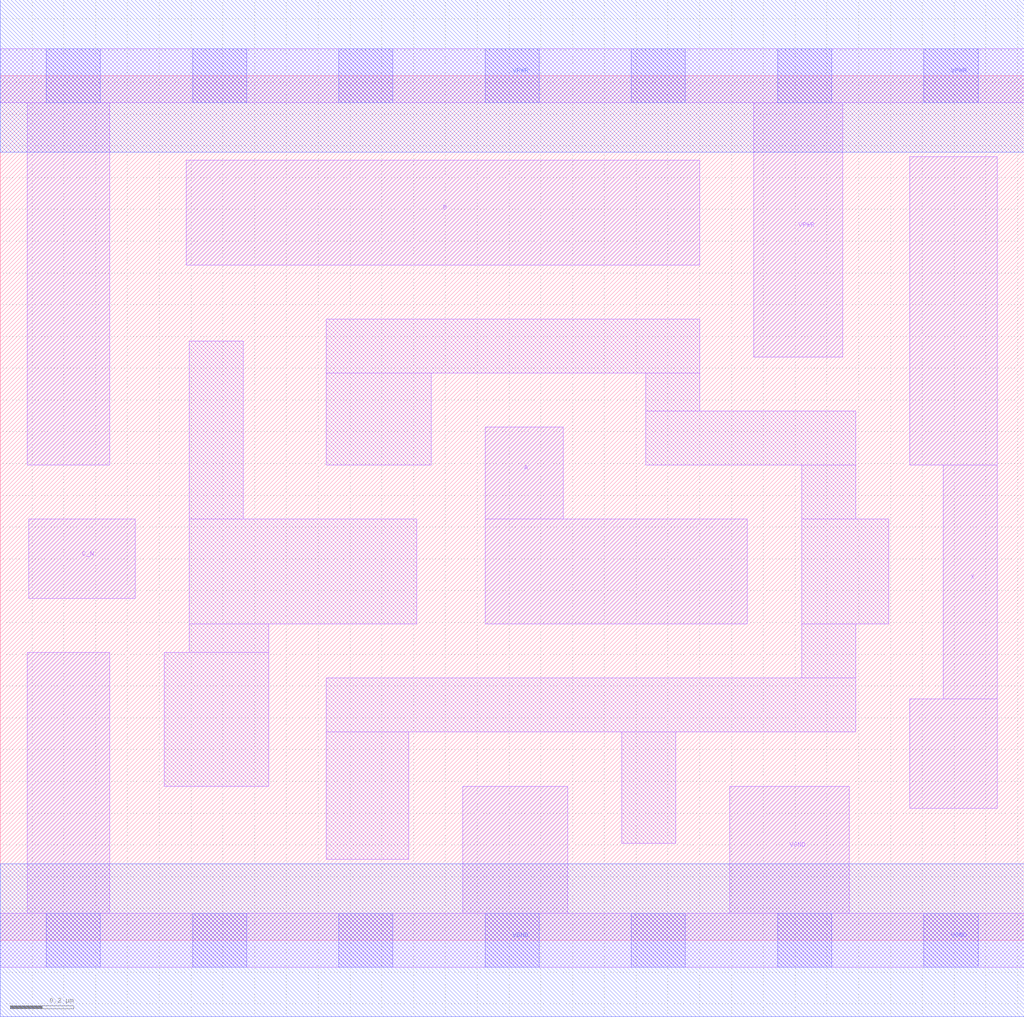
<source format=lef>
# Copyright 2020 The SkyWater PDK Authors
#
# Licensed under the Apache License, Version 2.0 (the "License");
# you may not use this file except in compliance with the License.
# You may obtain a copy of the License at
#
#     https://www.apache.org/licenses/LICENSE-2.0
#
# Unless required by applicable law or agreed to in writing, software
# distributed under the License is distributed on an "AS IS" BASIS,
# WITHOUT WARRANTIES OR CONDITIONS OF ANY KIND, either express or implied.
# See the License for the specific language governing permissions and
# limitations under the License.
#
# SPDX-License-Identifier: Apache-2.0

VERSION 5.7 ;
  NAMESCASESENSITIVE ON ;
  NOWIREEXTENSIONATPIN ON ;
  DIVIDERCHAR "/" ;
  BUSBITCHARS "[]" ;
UNITS
  DATABASE MICRONS 200 ;
END UNITS
MACRO sky130_fd_sc_hd__or3b_1
  CLASS CORE ;
  SOURCE USER ;
  FOREIGN sky130_fd_sc_hd__or3b_1 ;
  ORIGIN  0.000000  0.000000 ;
  SIZE  3.220000 BY  2.720000 ;
  SYMMETRY X Y R90 ;
  SITE unithd ;
  PIN A
    ANTENNAGATEAREA  0.126000 ;
    DIRECTION INPUT ;
    USE SIGNAL ;
    PORT
      LAYER li1 ;
        RECT 1.525000 0.995000 2.350000 1.325000 ;
        RECT 1.525000 1.325000 1.770000 1.615000 ;
    END
  END A
  PIN B
    ANTENNAGATEAREA  0.126000 ;
    DIRECTION INPUT ;
    USE SIGNAL ;
    PORT
      LAYER li1 ;
        RECT 0.585000 2.125000 2.200000 2.455000 ;
    END
  END B
  PIN C_N
    ANTENNAGATEAREA  0.126000 ;
    DIRECTION INPUT ;
    USE SIGNAL ;
    PORT
      LAYER li1 ;
        RECT 0.090000 1.075000 0.425000 1.325000 ;
    END
  END C_N
  PIN X
    ANTENNADIFFAREA  0.453750 ;
    DIRECTION OUTPUT ;
    USE SIGNAL ;
    PORT
      LAYER li1 ;
        RECT 2.860000 0.415000 3.135000 0.760000 ;
        RECT 2.860000 1.495000 3.135000 2.465000 ;
        RECT 2.965000 0.760000 3.135000 1.495000 ;
    END
  END X
  PIN VGND
    DIRECTION INOUT ;
    SHAPE ABUTMENT ;
    USE GROUND ;
    PORT
      LAYER li1 ;
        RECT 0.000000 -0.085000 3.220000 0.085000 ;
        RECT 0.085000  0.085000 0.345000 0.905000 ;
        RECT 1.455000  0.085000 1.785000 0.485000 ;
        RECT 2.295000  0.085000 2.670000 0.485000 ;
      LAYER mcon ;
        RECT 0.145000 -0.085000 0.315000 0.085000 ;
        RECT 0.605000 -0.085000 0.775000 0.085000 ;
        RECT 1.065000 -0.085000 1.235000 0.085000 ;
        RECT 1.525000 -0.085000 1.695000 0.085000 ;
        RECT 1.985000 -0.085000 2.155000 0.085000 ;
        RECT 2.445000 -0.085000 2.615000 0.085000 ;
        RECT 2.905000 -0.085000 3.075000 0.085000 ;
      LAYER met1 ;
        RECT 0.000000 -0.240000 3.220000 0.240000 ;
    END
  END VGND
  PIN VPWR
    DIRECTION INOUT ;
    SHAPE ABUTMENT ;
    USE POWER ;
    PORT
      LAYER li1 ;
        RECT 0.000000 2.635000 3.220000 2.805000 ;
        RECT 0.085000 1.495000 0.345000 2.635000 ;
        RECT 2.370000 1.835000 2.650000 2.635000 ;
      LAYER mcon ;
        RECT 0.145000 2.635000 0.315000 2.805000 ;
        RECT 0.605000 2.635000 0.775000 2.805000 ;
        RECT 1.065000 2.635000 1.235000 2.805000 ;
        RECT 1.525000 2.635000 1.695000 2.805000 ;
        RECT 1.985000 2.635000 2.155000 2.805000 ;
        RECT 2.445000 2.635000 2.615000 2.805000 ;
        RECT 2.905000 2.635000 3.075000 2.805000 ;
      LAYER met1 ;
        RECT 0.000000 2.480000 3.220000 2.960000 ;
    END
  END VPWR
  OBS
    LAYER li1 ;
      RECT 0.515000 0.485000 0.845000 0.905000 ;
      RECT 0.595000 0.905000 0.845000 0.995000 ;
      RECT 0.595000 0.995000 1.310000 1.325000 ;
      RECT 0.595000 1.325000 0.765000 1.885000 ;
      RECT 1.025000 0.255000 1.285000 0.655000 ;
      RECT 1.025000 0.655000 2.690000 0.825000 ;
      RECT 1.025000 1.495000 1.355000 1.785000 ;
      RECT 1.025000 1.785000 2.200000 1.955000 ;
      RECT 1.955000 0.305000 2.125000 0.655000 ;
      RECT 2.030000 1.495000 2.690000 1.665000 ;
      RECT 2.030000 1.665000 2.200000 1.785000 ;
      RECT 2.520000 0.825000 2.690000 0.995000 ;
      RECT 2.520000 0.995000 2.795000 1.325000 ;
      RECT 2.520000 1.325000 2.690000 1.495000 ;
  END
END sky130_fd_sc_hd__or3b_1

</source>
